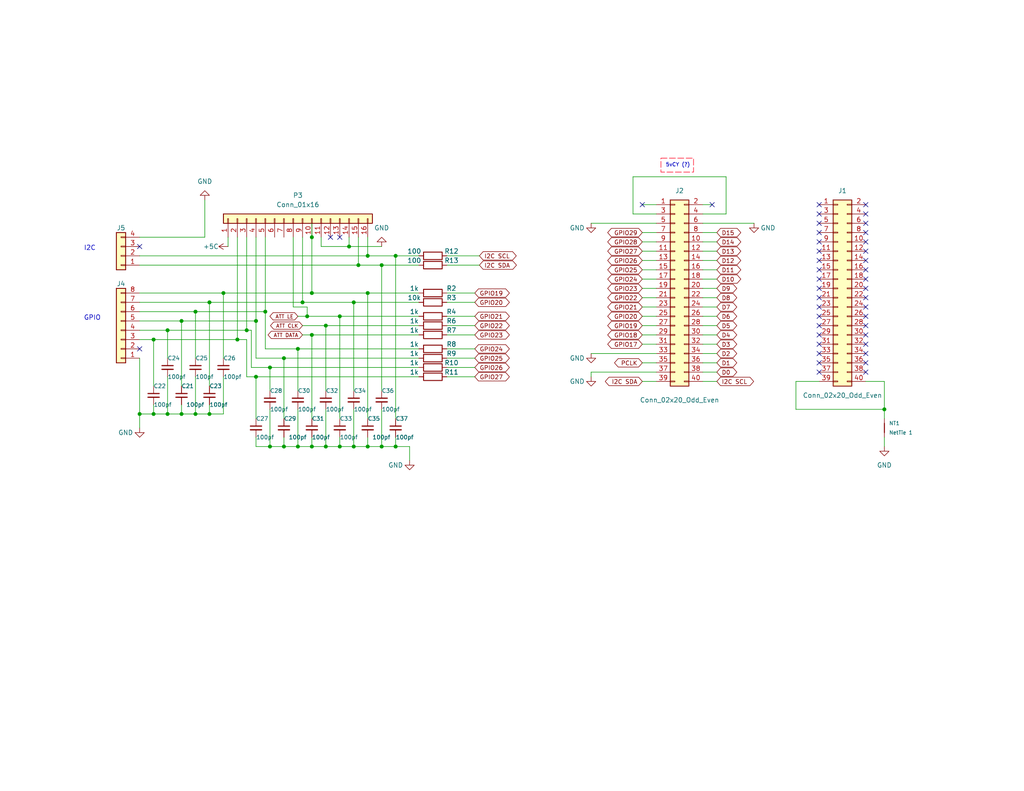
<source format=kicad_sch>
(kicad_sch (version 20230121) (generator eeschema)
  (paper "USLetter")
  (title_block (title "USB3 Tranzslation and related components") (date "2023-06-25") (rev "0.1.0"))
  (lib_symbols
    (symbol "Connector_Generic:Conn_01x04" (pin_names (offset 1.016) hide)
      (property "Reference" "J" (at 0 5.08 0))
      (property "Value" "Conn_01x04" (at 0 -7.62 0))
      (symbol "Conn_01x04_1_1"
        (rectangle (start -1.27 -4.953) (end 0 -5.207) (stroke (width 0.1524)))
        (rectangle (start -1.27 -2.413) (end 0 -2.667) (stroke (width 0.1524)))
        (rectangle (start -1.27 0.127) (end 0 -0.127) (stroke (width 0.1524)))
        (rectangle (start -1.27 2.667) (end 0 2.413) (stroke (width 0.1524)))
        (rectangle (start -1.27 3.81) (end 1.27 -6.35) (stroke (width 0.254)) (fill (type background)))
        (pin passive line (at -5.08 2.54 0) (length 3.81) (name "Pin_1") (number "1"))
        (pin passive line (at -5.08 0 0) (length 3.81) (name "Pin_2") (number "2"))
        (pin passive line (at -5.08 -2.54 0) (length 3.81) (name "Pin_3") (number "3"))
        (pin passive line (at -5.08 -5.08 0) (length 3.81) (name "Pin_4") (number "4"))
      )
    )
    (symbol "Connector_Generic:Conn_01x08" (pin_names (offset 1.016) hide)
      (property "Reference" "J" (at 0 10.16 0))
      (property "Value" "Conn_01x08" (at 0 -12.7 0))
      (symbol "Conn_01x08_1_1"
        (rectangle (start -1.27 -10.033) (end 0 -10.287) (stroke (width 0.1524)))
        (rectangle (start -1.27 -7.493) (end 0 -7.747) (stroke (width 0.1524)))
        (rectangle (start -1.27 -4.953) (end 0 -5.207) (stroke (width 0.1524)))
        (rectangle (start -1.27 -2.413) (end 0 -2.667) (stroke (width 0.1524)))
        (rectangle (start -1.27 0.127) (end 0 -0.127) (stroke (width 0.1524)))
        (rectangle (start -1.27 2.667) (end 0 2.413) (stroke (width 0.1524)))
        (rectangle (start -1.27 5.207) (end 0 4.953) (stroke (width 0.1524)))
        (rectangle (start -1.27 7.747) (end 0 7.493) (stroke (width 0.1524)))
        (rectangle (start -1.27 8.89) (end 1.27 -11.43) (stroke (width 0.254)) (fill (type background)))
        (pin passive line (at -5.08 7.62 0) (length 3.81) (name "Pin_1") (number "1"))
        (pin passive line (at -5.08 5.08 0) (length 3.81) (name "Pin_2") (number "2"))
        (pin passive line (at -5.08 2.54 0) (length 3.81) (name "Pin_3") (number "3"))
        (pin passive line (at -5.08 0 0) (length 3.81) (name "Pin_4") (number "4"))
        (pin passive line (at -5.08 -2.54 0) (length 3.81) (name "Pin_5") (number "5"))
        (pin passive line (at -5.08 -5.08 0) (length 3.81) (name "Pin_6") (number "6"))
        (pin passive line (at -5.08 -7.62 0) (length 3.81) (name "Pin_7") (number "7"))
        (pin passive line (at -5.08 -10.16 0) (length 3.81) (name "Pin_8") (number "8"))
      )
    )
    (symbol "Connector_Generic:Conn_01x16" (pin_names (offset 1.016) hide)
      (property "Reference" "J" (at 0 20.32 0))
      (property "Value" "Conn_01x16" (at 0 -22.86 0))
      (symbol "Conn_01x16_1_1"
        (rectangle (start -1.27 -20.193) (end 0 -20.447) (stroke (width 0.1524)))
        (rectangle (start -1.27 -17.653) (end 0 -17.907) (stroke (width 0.1524)))
        (rectangle (start -1.27 -15.113) (end 0 -15.367) (stroke (width 0.1524)))
        (rectangle (start -1.27 -12.573) (end 0 -12.827) (stroke (width 0.1524)))
        (rectangle (start -1.27 -10.033) (end 0 -10.287) (stroke (width 0.1524)))
        (rectangle (start -1.27 -7.493) (end 0 -7.747) (stroke (width 0.1524)))
        (rectangle (start -1.27 -4.953) (end 0 -5.207) (stroke (width 0.1524)))
        (rectangle (start -1.27 -2.413) (end 0 -2.667) (stroke (width 0.1524)))
        (rectangle (start -1.27 0.127) (end 0 -0.127) (stroke (width 0.1524)))
        (rectangle (start -1.27 2.667) (end 0 2.413) (stroke (width 0.1524)))
        (rectangle (start -1.27 5.207) (end 0 4.953) (stroke (width 0.1524)))
        (rectangle (start -1.27 7.747) (end 0 7.493) (stroke (width 0.1524)))
        (rectangle (start -1.27 10.287) (end 0 10.033) (stroke (width 0.1524)))
        (rectangle (start -1.27 12.827) (end 0 12.573) (stroke (width 0.1524)))
        (rectangle (start -1.27 15.367) (end 0 15.113) (stroke (width 0.1524)))
        (rectangle (start -1.27 17.907) (end 0 17.653) (stroke (width 0.1524)))
        (rectangle (start -1.27 19.05) (end 1.27 -21.59) (stroke (width 0.254)) (fill (type background)))
        (pin passive line (at -5.08 17.78 0) (length 3.81) (name "Pin_1") (number "1"))
        (pin passive line (at -5.08 -5.08 0) (length 3.81) (name "Pin_10") (number "10"))
        (pin passive line (at -5.08 -7.62 0) (length 3.81) (name "Pin_11") (number "11"))
        (pin passive line (at -5.08 -10.16 0) (length 3.81) (name "Pin_12") (number "12"))
        (pin passive line (at -5.08 -12.7 0) (length 3.81) (name "Pin_13") (number "13"))
        (pin passive line (at -5.08 -15.24 0) (length 3.81) (name "Pin_14") (number "14"))
        (pin passive line (at -5.08 -17.78 0) (length 3.81) (name "Pin_15") (number "15"))
        (pin passive line (at -5.08 -20.32 0) (length 3.81) (name "Pin_16") (number "16"))
        (pin passive line (at -5.08 15.24 0) (length 3.81) (name "Pin_2") (number "2"))
        (pin passive line (at -5.08 12.7 0) (length 3.81) (name "Pin_3") (number "3"))
        (pin passive line (at -5.08 10.16 0) (length 3.81) (name "Pin_4") (number "4"))
        (pin passive line (at -5.08 7.62 0) (length 3.81) (name "Pin_5") (number "5"))
        (pin passive line (at -5.08 5.08 0) (length 3.81) (name "Pin_6") (number "6"))
        (pin passive line (at -5.08 2.54 0) (length 3.81) (name "Pin_7") (number "7"))
        (pin passive line (at -5.08 0 0) (length 3.81) (name "Pin_8") (number "8"))
        (pin passive line (at -5.08 -2.54 0) (length 3.81) (name "Pin_9") (number "9"))
      )
    )
    (symbol "Connector_Generic:Conn_02x20_Odd_Even" (pin_names (offset 1.016) hide)
      (property "Reference" "J" (at 1.27 25.4 0))
      (property "Value" "Conn_02x20_Odd_Even" (at 1.27 -27.94 0))
      (symbol "Conn_02x20_Odd_Even_1_1"
        (rectangle (start -1.27 -25.273) (end 0 -25.527) (stroke (width 0.1524)))
        (rectangle (start -1.27 -22.733) (end 0 -22.987) (stroke (width 0.1524)))
        (rectangle (start -1.27 -20.193) (end 0 -20.447) (stroke (width 0.1524)))
        (rectangle (start -1.27 -17.653) (end 0 -17.907) (stroke (width 0.1524)))
        (rectangle (start -1.27 -15.113) (end 0 -15.367) (stroke (width 0.1524)))
        (rectangle (start -1.27 -12.573) (end 0 -12.827) (stroke (width 0.1524)))
        (rectangle (start -1.27 -10.033) (end 0 -10.287) (stroke (width 0.1524)))
        (rectangle (start -1.27 -7.493) (end 0 -7.747) (stroke (width 0.1524)))
        (rectangle (start -1.27 -4.953) (end 0 -5.207) (stroke (width 0.1524)))
        (rectangle (start -1.27 -2.413) (end 0 -2.667) (stroke (width 0.1524)))
        (rectangle (start -1.27 0.127) (end 0 -0.127) (stroke (width 0.1524)))
        (rectangle (start -1.27 2.667) (end 0 2.413) (stroke (width 0.1524)))
        (rectangle (start -1.27 5.207) (end 0 4.953) (stroke (width 0.1524)))
        (rectangle (start -1.27 7.747) (end 0 7.493) (stroke (width 0.1524)))
        (rectangle (start -1.27 10.287) (end 0 10.033) (stroke (width 0.1524)))
        (rectangle (start -1.27 12.827) (end 0 12.573) (stroke (width 0.1524)))
        (rectangle (start -1.27 15.367) (end 0 15.113) (stroke (width 0.1524)))
        (rectangle (start -1.27 17.907) (end 0 17.653) (stroke (width 0.1524)))
        (rectangle (start -1.27 20.447) (end 0 20.193) (stroke (width 0.1524)))
        (rectangle (start -1.27 22.987) (end 0 22.733) (stroke (width 0.1524)))
        (rectangle (start -1.27 24.13) (end 3.81 -26.67) (stroke (width 0.254)) (fill (type background)))
        (rectangle (start 3.81 -25.273) (end 2.54 -25.527) (stroke (width 0.1524)))
        (rectangle (start 3.81 -22.733) (end 2.54 -22.987) (stroke (width 0.1524)))
        (rectangle (start 3.81 -20.193) (end 2.54 -20.447) (stroke (width 0.1524)))
        (rectangle (start 3.81 -17.653) (end 2.54 -17.907) (stroke (width 0.1524)))
        (rectangle (start 3.81 -15.113) (end 2.54 -15.367) (stroke (width 0.1524)))
        (rectangle (start 3.81 -12.573) (end 2.54 -12.827) (stroke (width 0.1524)))
        (rectangle (start 3.81 -10.033) (end 2.54 -10.287) (stroke (width 0.1524)))
        (rectangle (start 3.81 -7.493) (end 2.54 -7.747) (stroke (width 0.1524)))
        (rectangle (start 3.81 -4.953) (end 2.54 -5.207) (stroke (width 0.1524)))
        (rectangle (start 3.81 -2.413) (end 2.54 -2.667) (stroke (width 0.1524)))
        (rectangle (start 3.81 0.127) (end 2.54 -0.127) (stroke (width 0.1524)))
        (rectangle (start 3.81 2.667) (end 2.54 2.413) (stroke (width 0.1524)))
        (rectangle (start 3.81 5.207) (end 2.54 4.953) (stroke (width 0.1524)))
        (rectangle (start 3.81 7.747) (end 2.54 7.493) (stroke (width 0.1524)))
        (rectangle (start 3.81 10.287) (end 2.54 10.033) (stroke (width 0.1524)))
        (rectangle (start 3.81 12.827) (end 2.54 12.573) (stroke (width 0.1524)))
        (rectangle (start 3.81 15.367) (end 2.54 15.113) (stroke (width 0.1524)))
        (rectangle (start 3.81 17.907) (end 2.54 17.653) (stroke (width 0.1524)))
        (rectangle (start 3.81 20.447) (end 2.54 20.193) (stroke (width 0.1524)))
        (rectangle (start 3.81 22.987) (end 2.54 22.733) (stroke (width 0.1524)))
        (pin passive line (at -5.08 22.86 0) (length 3.81) (name "Pin_1") (number "1"))
        (pin passive line (at 7.62 12.7 180) (length 3.81) (name "Pin_10") (number "10"))
        (pin passive line (at -5.08 10.16 0) (length 3.81) (name "Pin_11") (number "11"))
        (pin passive line (at 7.62 10.16 180) (length 3.81) (name "Pin_12") (number "12"))
        (pin passive line (at -5.08 7.62 0) (length 3.81) (name "Pin_13") (number "13"))
        (pin passive line (at 7.62 7.62 180) (length 3.81) (name "Pin_14") (number "14"))
        (pin passive line (at -5.08 5.08 0) (length 3.81) (name "Pin_15") (number "15"))
        (pin passive line (at 7.62 5.08 180) (length 3.81) (name "Pin_16") (number "16"))
        (pin passive line (at -5.08 2.54 0) (length 3.81) (name "Pin_17") (number "17"))
        (pin passive line (at 7.62 2.54 180) (length 3.81) (name "Pin_18") (number "18"))
        (pin passive line (at -5.08 0 0) (length 3.81) (name "Pin_19") (number "19"))
        (pin passive line (at 7.62 22.86 180) (length 3.81) (name "Pin_2") (number "2"))
        (pin passive line (at 7.62 0 180) (length 3.81) (name "Pin_20") (number "20"))
        (pin passive line (at -5.08 -2.54 0) (length 3.81) (name "Pin_21") (number "21"))
        (pin passive line (at 7.62 -2.54 180) (length 3.81) (name "Pin_22") (number "22"))
        (pin passive line (at -5.08 -5.08 0) (length 3.81) (name "Pin_23") (number "23"))
        (pin passive line (at 7.62 -5.08 180) (length 3.81) (name "Pin_24") (number "24"))
        (pin passive line (at -5.08 -7.62 0) (length 3.81) (name "Pin_25") (number "25"))
        (pin passive line (at 7.62 -7.62 180) (length 3.81) (name "Pin_26") (number "26"))
        (pin passive line (at -5.08 -10.16 0) (length 3.81) (name "Pin_27") (number "27"))
        (pin passive line (at 7.62 -10.16 180) (length 3.81) (name "Pin_28") (number "28"))
        (pin passive line (at -5.08 -12.7 0) (length 3.81) (name "Pin_29") (number "29"))
        (pin passive line (at -5.08 20.32 0) (length 3.81) (name "Pin_3") (number "3"))
        (pin passive line (at 7.62 -12.7 180) (length 3.81) (name "Pin_30") (number "30"))
        (pin passive line (at -5.08 -15.24 0) (length 3.81) (name "Pin_31") (number "31"))
        (pin passive line (at 7.62 -15.24 180) (length 3.81) (name "Pin_32") (number "32"))
        (pin passive line (at -5.08 -17.78 0) (length 3.81) (name "Pin_33") (number "33"))
        (pin passive line (at 7.62 -17.78 180) (length 3.81) (name "Pin_34") (number "34"))
        (pin passive line (at -5.08 -20.32 0) (length 3.81) (name "Pin_35") (number "35"))
        (pin passive line (at 7.62 -20.32 180) (length 3.81) (name "Pin_36") (number "36"))
        (pin passive line (at -5.08 -22.86 0) (length 3.81) (name "Pin_37") (number "37"))
        (pin passive line (at 7.62 -22.86 180) (length 3.81) (name "Pin_38") (number "38"))
        (pin passive line (at -5.08 -25.4 0) (length 3.81) (name "Pin_39") (number "39"))
        (pin passive line (at 7.62 20.32 180) (length 3.81) (name "Pin_4") (number "4"))
        (pin passive line (at 7.62 -25.4 180) (length 3.81) (name "Pin_40") (number "40"))
        (pin passive line (at -5.08 17.78 0) (length 3.81) (name "Pin_5") (number "5"))
        (pin passive line (at 7.62 17.78 180) (length 3.81) (name "Pin_6") (number "6"))
        (pin passive line (at -5.08 15.24 0) (length 3.81) (name "Pin_7") (number "7"))
        (pin passive line (at 7.62 15.24 180) (length 3.81) (name "Pin_8") (number "8"))
        (pin passive line (at -5.08 12.7 0) (length 3.81) (name "Pin_9") (number "9"))
      )
    )
    (symbol "Device:C_Small" (pin_numbers hide) (pin_names (offset 0.254) hide)
      (property "Reference" "C" (at 0.254 1.778 0))
      (property "Value" "C_Small" (at 0.254 -2.032 0))
      (symbol "C_Small_0_1"
        (polyline (pts (xy -1.524 -0.508) (xy 1.524 -0.508)) (stroke (width 0.3302)))
        (polyline (pts (xy -1.524 0.508) (xy 1.524 0.508)) (stroke (width 0.3048)))
      )
      (symbol "C_Small_1_1"
        (pin passive line (at 0 2.54 270) (length 2.032) (name "~") (number "1"))
        (pin passive line (at 0 -2.54 90) (length 2.032) (name "~") (number "2"))
      )
    )
    (symbol "Device:NetTie_2" (pin_numbers hide) (pin_names (offset 0) hide) (in_bom no)
      (property "Reference" "NT" (at 0 1.27 0))
      (property "Value" "NetTie_2" (at 0 -1.27 0))
      (symbol "NetTie_2_0_1"
        (polyline (pts (xy -1.27 0) (xy 1.27 0)) (stroke (width 0.254)))
      )
      (symbol "NetTie_2_1_1"
        (pin passive line (at -2.54 0 0) (length 2.54) (name "1") (number "1"))
        (pin passive line (at 2.54 0 180) (length 2.54) (name "2") (number "2"))
      )
    )
    (symbol "Device:R" (pin_numbers hide) (pin_names (offset 0))
      (property "Reference" "R" (at 2.032 0 90))
      (property "Value" "R" (at 0 0 90))
      (symbol "R_0_1"
        (rectangle (start -1.016 -2.54) (end 1.016 2.54) (stroke (width 0.254)))
      )
      (symbol "R_1_1"
        (pin passive line (at 0 3.81 270) (length 1.27) (name "~") (number "1"))
        (pin passive line (at 0 -3.81 90) (length 1.27) (name "~") (number "2"))
      )
    )
    (symbol "power:+5C" (power) (pin_names (offset 0))
      (property "Value" "+5C" (at 0 3.556 0))
      (symbol "+5C_0_1"
        (polyline (pts (xy -0.762 1.27) (xy 0 2.54)))
        (polyline (pts (xy 0 0) (xy 0 2.54)))
        (polyline (pts (xy 0 2.54) (xy 0.762 1.27)))
      )
      (symbol "+5C_1_1"
        (pin power_in line (at 0 0 90) (length 0) hide (name "+5C") (number "1"))
      )
    )
    (symbol "power:GND" (power) (pin_names (offset 0))
      (property "Value" "GND" (at 0 -3.81 0))
      (symbol "GND_0_1"
        (polyline (pts (xy 0 0) (xy 0 -1.27) (xy 1.27 -1.27) (xy 0 -2.54) (xy -1.27 -1.27) (xy 0 -1.27)))
      )
      (symbol "GND_1_1"
        (pin power_in line (at 0 0 270) (length 0) hide (name "GND") (number "1"))
      )
    )
  )
  (junction (at 83.82 86.36))
  (junction (at 73.66 121.92))
  (junction (at 77.47 97.79))
  (junction (at 53.34 85.09))
  (junction (at 73.66 100.33))
  (junction (at 97.79 72.39))
  (junction (at 92.71 121.92))
  (junction (at 81.28 121.92))
  (junction (at 88.9 121.92))
  (junction (at 88.9 88.9))
  (junction (at 107.95 121.92))
  (junction (at 57.15 82.55))
  (junction (at 96.52 121.92))
  (junction (at 82.55 82.55))
  (junction (at 53.34 113.03))
  (junction (at 69.85 87.63))
  (junction (at 41.91 92.71))
  (junction (at 92.71 86.36))
  (junction (at 81.28 95.25))
  (junction (at 49.53 87.63))
  (junction (at 60.96 80.01))
  (junction (at 67.31 90.17))
  (junction (at 49.53 113.03))
  (junction (at 72.39 85.09))
  (junction (at 104.14 72.39))
  (junction (at 100.33 80.01))
  (junction (at 45.72 90.17))
  (junction (at 241.3 111.76))
  (junction (at 100.33 69.85))
  (junction (at 38.1 113.03))
  (junction (at 45.72 113.03))
  (junction (at 100.33 121.92))
  (junction (at 85.09 121.92))
  (junction (at 85.09 64.77))
  (junction (at 41.91 113.03))
  (junction (at 107.95 69.85))
  (junction (at 96.52 82.55))
  (junction (at 95.25 67.31))
  (junction (at 85.09 80.01))
  (junction (at 77.47 121.92))
  (junction (at 69.85 102.87))
  (junction (at 57.15 113.03))
  (junction (at 85.09 91.44))
  (junction (at 64.77 92.71))
  (junction (at 104.14 121.92))
  (no_connect (at 223.52 99.06))
  (no_connect (at 92.71 64.77))
  (no_connect (at 223.52 76.2))
  (no_connect (at 90.17 64.77))
  (no_connect (at 194.31 55.88))
  (no_connect (at 236.22 63.5))
  (no_connect (at 236.22 78.74))
  (no_connect (at 236.22 96.52))
  (no_connect (at 223.52 63.5))
  (no_connect (at 223.52 60.96))
  (no_connect (at 223.52 66.04))
  (no_connect (at 236.22 93.98))
  (no_connect (at 236.22 71.12))
  (no_connect (at 223.52 81.28))
  (no_connect (at 236.22 91.44))
  (no_connect (at 223.52 71.12))
  (no_connect (at 223.52 96.52))
  (no_connect (at 38.1 67.31))
  (no_connect (at 236.22 60.96))
  (no_connect (at 236.22 66.04))
  (no_connect (at 223.52 86.36))
  (no_connect (at 236.22 76.2))
  (no_connect (at 236.22 81.28))
  (no_connect (at 236.22 101.6))
  (no_connect (at 236.22 73.66))
  (no_connect (at 223.52 55.88))
  (no_connect (at 236.22 55.88))
  (no_connect (at 175.26 55.88))
  (no_connect (at 223.52 58.42))
  (no_connect (at 223.52 93.98))
  (no_connect (at 236.22 88.9))
  (no_connect (at 223.52 88.9))
  (no_connect (at 38.1 95.25))
  (no_connect (at 236.22 58.42))
  (no_connect (at 236.22 68.58))
  (no_connect (at 223.52 68.58))
  (no_connect (at 223.52 101.6))
  (no_connect (at 236.22 99.06))
  (no_connect (at 223.52 83.82))
  (no_connect (at 223.52 91.44))
  (no_connect (at 223.52 78.74))
  (no_connect (at 223.52 73.66))
  (no_connect (at 236.22 83.82))
  (no_connect (at 236.22 86.36))
  (wire (pts (xy 96.52 82.55) (xy 114.3 82.55)))
  (wire (pts (xy 57.15 82.55) (xy 57.15 105.41)))
  (wire (pts (xy 100.33 121.92) (xy 104.14 121.92)))
  (wire (pts (xy 121.92 102.87) (xy 129.54 102.87)))
  (wire (pts (xy 41.91 113.03) (xy 45.72 113.03)))
  (wire (pts (xy 85.09 121.92) (xy 88.9 121.92)))
  (wire (pts (xy 111.76 121.92) (xy 111.76 125.73)))
  (wire (pts (xy 92.71 86.36) (xy 92.71 114.3)))
  (wire (pts (xy 88.9 88.9) (xy 88.9 106.68)))
  (wire (pts (xy 175.26 99.06) (xy 179.07 99.06)))
  (wire (pts (xy 69.85 64.77) (xy 69.85 87.63)))
  (wire (pts (xy 121.92 80.01) (xy 129.54 80.01)))
  (wire (pts (xy 67.31 102.87) (xy 67.31 92.71)))
  (wire (pts (xy 77.47 119.38) (xy 77.47 121.92)))
  (wire (pts (xy 175.26 91.44) (xy 179.07 91.44)))
  (wire (pts (xy 82.55 82.55) (xy 96.52 82.55)))
  (wire (pts (xy 55.88 54.61) (xy 55.88 64.77)))
  (wire (pts (xy 191.77 86.36) (xy 195.58 86.36)))
  (wire (pts (xy 85.09 80.01) (xy 100.33 80.01)))
  (wire (pts (xy 83.82 83.82) (xy 83.82 86.36)))
  (wire (pts (xy 198.12 48.26) (xy 198.12 58.42)))
  (wire (pts (xy 121.92 72.39) (xy 130.81 72.39)))
  (wire (pts (xy 88.9 88.9) (xy 114.3 88.9)))
  (wire (pts (xy 96.52 82.55) (xy 96.52 106.68)))
  (wire (pts (xy 191.77 93.98) (xy 195.58 93.98)))
  (wire (pts (xy 121.92 95.25) (xy 129.54 95.25)))
  (wire (pts (xy 241.3 111.76) (xy 241.3 104.14)))
  (wire (pts (xy 175.26 104.14) (xy 179.07 104.14)))
  (wire (pts (xy 175.26 71.12) (xy 179.07 71.12)))
  (wire (pts (xy 92.71 86.36) (xy 114.3 86.36)))
  (wire (pts (xy 87.63 67.31) (xy 95.25 67.31)))
  (wire (pts (xy 191.77 91.44) (xy 195.58 91.44)))
  (wire (pts (xy 175.26 66.04) (xy 179.07 66.04)))
  (wire (pts (xy 121.92 86.36) (xy 129.54 86.36)))
  (wire (pts (xy 73.66 100.33) (xy 73.66 106.68)))
  (wire (pts (xy 92.71 119.38) (xy 92.71 121.92)))
  (wire (pts (xy 67.31 92.71) (xy 64.77 92.71)))
  (wire (pts (xy 38.1 90.17) (xy 45.72 90.17)))
  (wire (pts (xy 175.26 73.66) (xy 179.07 73.66)))
  (wire (pts (xy 191.77 83.82) (xy 195.58 83.82)))
  (wire (pts (xy 38.1 64.77) (xy 55.88 64.77)))
  (wire (pts (xy 191.77 104.14) (xy 195.58 104.14)))
  (wire (pts (xy 77.47 97.79) (xy 77.47 114.3)))
  (wire (pts (xy 85.09 60.96) (xy 85.09 64.77)))
  (wire (pts (xy 57.15 82.55) (xy 82.55 82.55)))
  (wire (pts (xy 69.85 102.87) (xy 67.31 102.87)))
  (wire (pts (xy 49.53 113.03) (xy 53.34 113.03)))
  (wire (pts (xy 81.28 111.76) (xy 81.28 121.92)))
  (wire (pts (xy 41.91 110.49) (xy 41.91 113.03)))
  (wire (pts (xy 57.15 110.49) (xy 57.15 113.03)))
  (wire (pts (xy 85.09 91.44) (xy 114.3 91.44)))
  (wire (pts (xy 161.29 60.96) (xy 179.07 60.96)))
  (wire (pts (xy 121.92 88.9) (xy 129.54 88.9)))
  (wire (pts (xy 175.26 83.82) (xy 179.07 83.82)))
  (wire (pts (xy 88.9 111.76) (xy 88.9 121.92)))
  (wire (pts (xy 175.26 88.9) (xy 179.07 88.9)))
  (wire (pts (xy 104.14 72.39) (xy 104.14 106.68)))
  (wire (pts (xy 121.92 69.85) (xy 130.81 69.85)))
  (wire (pts (xy 85.09 119.38) (xy 85.09 121.92)))
  (wire (pts (xy 191.77 55.88) (xy 194.31 55.88)))
  (wire (pts (xy 69.85 97.79) (xy 69.85 87.63)))
  (wire (pts (xy 45.72 102.87) (xy 45.72 113.03)))
  (wire (pts (xy 191.77 60.96) (xy 205.74 60.96)))
  (wire (pts (xy 85.09 64.77) (xy 85.09 80.01)))
  (wire (pts (xy 53.34 102.87) (xy 53.34 113.03)))
  (wire (pts (xy 100.33 69.85) (xy 107.95 69.85)))
  (wire (pts (xy 72.39 64.77) (xy 72.39 85.09)))
  (wire (pts (xy 172.72 58.42) (xy 172.72 48.26)))
  (wire (pts (xy 41.91 92.71) (xy 41.91 105.41)))
  (wire (pts (xy 69.85 119.38) (xy 69.85 121.92)))
  (wire (pts (xy 191.77 73.66) (xy 195.58 73.66)))
  (wire (pts (xy 69.85 102.87) (xy 69.85 114.3)))
  (wire (pts (xy 107.95 69.85) (xy 107.95 114.3)))
  (wire (pts (xy 62.23 64.77) (xy 62.23 67.31)))
  (wire (pts (xy 82.55 88.9) (xy 88.9 88.9)))
  (wire (pts (xy 82.55 91.44) (xy 85.09 91.44)))
  (wire (pts (xy 223.52 104.14) (xy 217.17 104.14)))
  (wire (pts (xy 38.1 80.01) (xy 60.96 80.01)))
  (wire (pts (xy 191.77 81.28) (xy 195.58 81.28)))
  (wire (pts (xy 38.1 82.55) (xy 57.15 82.55)))
  (wire (pts (xy 83.82 86.36) (xy 92.71 86.36)))
  (wire (pts (xy 104.14 72.39) (xy 114.3 72.39)))
  (wire (pts (xy 45.72 90.17) (xy 45.72 97.79)))
  (wire (pts (xy 191.77 76.2) (xy 195.58 76.2)))
  (wire (pts (xy 68.58 100.33) (xy 68.58 90.17)))
  (wire (pts (xy 57.15 113.03) (xy 60.96 113.03)))
  (wire (pts (xy 241.3 104.14) (xy 236.22 104.14)))
  (wire (pts (xy 107.95 69.85) (xy 114.3 69.85)))
  (wire (pts (xy 97.79 72.39) (xy 104.14 72.39)))
  (wire (pts (xy 104.14 121.92) (xy 107.95 121.92)))
  (wire (pts (xy 97.79 64.77) (xy 97.79 72.39)))
  (wire (pts (xy 191.77 101.6) (xy 195.58 101.6)))
  (wire (pts (xy 100.33 119.38) (xy 100.33 121.92)))
  (wire (pts (xy 60.96 102.87) (xy 60.96 113.03)))
  (wire (pts (xy 107.95 121.92) (xy 111.76 121.92)))
  (wire (pts (xy 38.1 97.79) (xy 38.1 113.03)))
  (wire (pts (xy 175.26 55.88) (xy 179.07 55.88)))
  (wire (pts (xy 60.96 80.01) (xy 85.09 80.01)))
  (wire (pts (xy 88.9 121.92) (xy 92.71 121.92)))
  (wire (pts (xy 38.1 113.03) (xy 38.1 116.84)))
  (wire (pts (xy 121.92 91.44) (xy 129.54 91.44)))
  (wire (pts (xy 72.39 85.09) (xy 72.39 95.25)))
  (wire (pts (xy 198.12 58.42) (xy 191.77 58.42)))
  (wire (pts (xy 85.09 91.44) (xy 85.09 114.3)))
  (wire (pts (xy 217.17 111.76) (xy 241.3 111.76)))
  (wire (pts (xy 49.53 87.63) (xy 69.85 87.63)))
  (wire (pts (xy 81.28 121.92) (xy 85.09 121.92)))
  (wire (pts (xy 191.77 63.5) (xy 195.58 63.5)))
  (wire (pts (xy 38.1 69.85) (xy 100.33 69.85)))
  (wire (pts (xy 80.01 64.77) (xy 80.01 83.82)))
  (wire (pts (xy 161.29 102.87) (xy 161.29 101.6)))
  (wire (pts (xy 175.26 93.98) (xy 179.07 93.98)))
  (wire (pts (xy 72.39 95.25) (xy 81.28 95.25)))
  (wire (pts (xy 81.28 95.25) (xy 81.28 106.68)))
  (wire (pts (xy 38.1 113.03) (xy 41.91 113.03)))
  (wire (pts (xy 60.96 80.01) (xy 60.96 97.79)))
  (wire (pts (xy 77.47 97.79) (xy 114.3 97.79)))
  (wire (pts (xy 175.26 86.36) (xy 179.07 86.36)))
  (wire (pts (xy 100.33 80.01) (xy 100.33 114.3)))
  (wire (pts (xy 121.92 82.55) (xy 129.54 82.55)))
  (wire (pts (xy 191.77 68.58) (xy 195.58 68.58)))
  (wire (pts (xy 68.58 90.17) (xy 67.31 90.17)))
  (wire (pts (xy 161.29 96.52) (xy 179.07 96.52)))
  (wire (pts (xy 69.85 121.92) (xy 73.66 121.92)))
  (wire (pts (xy 241.3 114.3) (xy 241.3 111.76)))
  (wire (pts (xy 49.53 87.63) (xy 49.53 105.41)))
  (wire (pts (xy 81.28 95.25) (xy 114.3 95.25)))
  (wire (pts (xy 38.1 92.71) (xy 41.91 92.71)))
  (wire (pts (xy 175.26 68.58) (xy 179.07 68.58)))
  (wire (pts (xy 38.1 87.63) (xy 49.53 87.63)))
  (wire (pts (xy 49.53 110.49) (xy 49.53 113.03)))
  (wire (pts (xy 191.77 96.52) (xy 195.58 96.52)))
  (wire (pts (xy 175.26 63.5) (xy 179.07 63.5)))
  (wire (pts (xy 121.92 97.79) (xy 129.54 97.79)))
  (wire (pts (xy 96.52 111.76) (xy 96.52 121.92)))
  (wire (pts (xy 82.55 64.77) (xy 82.55 82.55)))
  (wire (pts (xy 80.01 83.82) (xy 83.82 83.82)))
  (wire (pts (xy 241.3 119.38) (xy 241.3 121.92)))
  (wire (pts (xy 53.34 85.09) (xy 53.34 97.79)))
  (wire (pts (xy 53.34 85.09) (xy 72.39 85.09)))
  (wire (pts (xy 77.47 121.92) (xy 81.28 121.92)))
  (wire (pts (xy 38.1 85.09) (xy 53.34 85.09)))
  (wire (pts (xy 100.33 64.77) (xy 100.33 69.85)))
  (wire (pts (xy 87.63 64.77) (xy 87.63 67.31)))
  (wire (pts (xy 69.85 97.79) (xy 77.47 97.79)))
  (wire (pts (xy 114.3 100.33) (xy 73.66 100.33)))
  (wire (pts (xy 107.95 119.38) (xy 107.95 121.92)))
  (wire (pts (xy 175.26 81.28) (xy 179.07 81.28)))
  (wire (pts (xy 73.66 121.92) (xy 77.47 121.92)))
  (wire (pts (xy 45.72 90.17) (xy 67.31 90.17)))
  (wire (pts (xy 64.77 64.77) (xy 64.77 92.71)))
  (wire (pts (xy 38.1 72.39) (xy 97.79 72.39)))
  (wire (pts (xy 191.77 78.74) (xy 195.58 78.74)))
  (wire (pts (xy 191.77 71.12) (xy 195.58 71.12)))
  (wire (pts (xy 114.3 102.87) (xy 69.85 102.87)))
  (wire (pts (xy 41.91 92.71) (xy 64.77 92.71)))
  (wire (pts (xy 67.31 64.77) (xy 67.31 90.17)))
  (wire (pts (xy 191.77 99.06) (xy 195.58 99.06)))
  (wire (pts (xy 45.72 113.03) (xy 49.53 113.03)))
  (wire (pts (xy 217.17 104.14) (xy 217.17 111.76)))
  (wire (pts (xy 100.33 80.01) (xy 114.3 80.01)))
  (wire (pts (xy 92.71 121.92) (xy 96.52 121.92)))
  (wire (pts (xy 191.77 66.04) (xy 195.58 66.04)))
  (wire (pts (xy 95.25 64.77) (xy 95.25 67.31)))
  (wire (pts (xy 121.92 100.33) (xy 129.54 100.33)))
  (wire (pts (xy 53.34 113.03) (xy 57.15 113.03)))
  (wire (pts (xy 95.25 67.31) (xy 104.14 67.31)))
  (wire (pts (xy 172.72 48.26) (xy 198.12 48.26)))
  (wire (pts (xy 175.26 76.2) (xy 179.07 76.2)))
  (wire (pts (xy 191.77 88.9) (xy 195.58 88.9)))
  (wire (pts (xy 179.07 58.42) (xy 172.72 58.42)))
  (wire (pts (xy 175.26 78.74) (xy 179.07 78.74)))
  (wire (pts (xy 73.66 100.33) (xy 68.58 100.33)))
  (wire (pts (xy 73.66 111.76) (xy 73.66 121.92)))
  (wire (pts (xy 104.14 111.76) (xy 104.14 121.92)))
  (wire (pts (xy 96.52 121.92) (xy 100.33 121.92)))
  (wire (pts (xy 161.29 101.6) (xy 179.07 101.6)))
  (wire (pts (xy 81.28 86.36) (xy 83.82 86.36)))
  (rectangle (start 180.34 43.18) (end 189.23 46.99) (stroke (width 0) (type dash) (color 255 0 28 1)))
  (text "I2C" (at 22.86 68.58 0) (effects (font (size 1.27 1.27)) (justify left bottom)))
  (text "GPIO" (at 22.86 87.63 0) (effects (font (size 1.27 1.27)) (justify left bottom)))
  (text "5vCY (?)" (at 181.61 45.72 0) (effects (font (size 1 1)) (justify left bottom)))
  (global_label "GPIO24" (shape bidirectional) (at 175.26 76.2 180) (effects (font (size 1.15 1.15))) (property "Intersheetrefs" "${INTERSHEET_REFS}" (effects hide)))
  (global_label "GPIO28" (shape bidirectional) (at 175.26 66.04 180) (effects (font (size 1.15 1.15))) (property "Intersheetrefs" "${INTERSHEET_REFS}" (effects hide)))
  (global_label "GPIO20" (shape bidirectional) (at 175.26 86.36 180) (effects (font (size 1.15 1.15))) (property "Intersheetrefs" "${INTERSHEET_REFS}" (effects hide)))
  (global_label "D2" (shape bidirectional) (at 195.58 96.52 0) (effects (font (size 1.15 1.15))) (property "Intersheetrefs" "${INTERSHEET_REFS}" (effects hide)))
  (global_label "D15" (shape bidirectional) (at 195.58 63.5 0) (effects (font (size 1.15 1.15))) (property "Intersheetrefs" "${INTERSHEET_REFS}" (effects hide)))
  (global_label "GPIO20" (shape bidirectional) (at 129.54 82.55 0) (effects (font (size 1.15 1.15))) (property "Intersheetrefs" "${INTERSHEET_REFS}" (effects hide)))
  (global_label "D8" (shape bidirectional) (at 195.58 81.28 0) (effects (font (size 1.15 1.15))) (property "Intersheetrefs" "${INTERSHEET_REFS}" (effects hide)))
  (global_label "GPIO23" (shape bidirectional) (at 175.26 78.74 180) (effects (font (size 1.15 1.15))) (property "Intersheetrefs" "${INTERSHEET_REFS}" (effects hide)))
  (global_label "D4" (shape bidirectional) (at 195.58 91.44 0) (effects (font (size 1.15 1.15))) (property "Intersheetrefs" "${INTERSHEET_REFS}" (effects hide)))
  (global_label "GPIO25" (shape bidirectional) (at 129.54 97.79 0) (effects (font (size 1.15 1.15))) (property "Intersheetrefs" "${INTERSHEET_REFS}" (effects hide)))
  (global_label "GPIO19" (shape bidirectional) (at 129.54 80.01 0) (effects (font (size 1.15 1.15))) (property "Intersheetrefs" "${INTERSHEET_REFS}" (effects hide)))
  (global_label "I2C SDA" (shape bidirectional) (at 130.81 72.39 0) (effects (font (size 1.15 1.15))) (property "Intersheetrefs" "${INTERSHEET_REFS}" (effects hide)))
  (global_label "GPIO21" (shape bidirectional) (at 129.54 86.36 0) (effects (font (size 1.15 1.15))) (property "Intersheetrefs" "${INTERSHEET_REFS}" (effects hide)))
  (global_label "GPIO23" (shape bidirectional) (at 129.54 91.44 0) (effects (font (size 1.15 1.15))) (property "Intersheetrefs" "${INTERSHEET_REFS}" (effects hide)))
  (global_label "GPIO22" (shape bidirectional) (at 175.26 81.28 180) (effects (font (size 1.15 1.15))) (property "Intersheetrefs" "${INTERSHEET_REFS}" (effects hide)))
  (global_label "D5" (shape bidirectional) (at 195.58 88.9 0) (effects (font (size 1.15 1.15))) (property "Intersheetrefs" "${INTERSHEET_REFS}" (effects hide)))
  (global_label "ATT DATA" (shape bidirectional) (at 82.55 91.44 180) (effects (font (size 1 1))) (property "Intersheetrefs" "${INTERSHEET_REFS}" (effects hide)))
  (global_label "I2C SDA" (shape bidirectional) (at 175.26 104.14 180) (effects (font (size 1.15 1.15))) (property "Intersheetrefs" "${INTERSHEET_REFS}" (effects hide)))
  (global_label "ATT CLK" (shape bidirectional) (at 82.55 88.9 180) (effects (font (size 1 1))) (property "Intersheetrefs" "${INTERSHEET_REFS}" (effects hide)))
  (global_label "D9" (shape bidirectional) (at 195.58 78.74 0) (effects (font (size 1.15 1.15))) (property "Intersheetrefs" "${INTERSHEET_REFS}" (effects hide)))
  (global_label "GPIO19" (shape bidirectional) (at 175.26 88.9 180) (effects (font (size 1.15 1.15))) (property "Intersheetrefs" "${INTERSHEET_REFS}" (effects hide)))
  (global_label "GPIO29" (shape bidirectional) (at 175.26 63.5 180) (effects (font (size 1.15 1.15))) (property "Intersheetrefs" "${INTERSHEET_REFS}" (effects hide)))
  (global_label "ATT LE" (shape bidirectional) (at 81.28 86.36 180) (effects (font (size 1 1))) (property "Intersheetrefs" "${INTERSHEET_REFS}" (effects hide)))
  (global_label "GPIO17" (shape bidirectional) (at 175.26 93.98 180) (effects (font (size 1.15 1.15))) (property "Intersheetrefs" "${INTERSHEET_REFS}" (effects hide)))
  (global_label "GPIO26" (shape bidirectional) (at 129.54 100.33 0) (effects (font (size 1.15 1.15))) (property "Intersheetrefs" "${INTERSHEET_REFS}" (effects hide)))
  (global_label "D10" (shape bidirectional) (at 195.58 76.2 0) (effects (font (size 1.15 1.15))) (property "Intersheetrefs" "${INTERSHEET_REFS}" (effects hide)))
  (global_label "D11" (shape bidirectional) (at 195.58 73.66 0) (effects (font (size 1.15 1.15))) (property "Intersheetrefs" "${INTERSHEET_REFS}" (effects hide)))
  (global_label "GPIO18" (shape bidirectional) (at 175.26 91.44 180) (effects (font (size 1.15 1.15))) (property "Intersheetrefs" "${INTERSHEET_REFS}" (effects hide)))
  (global_label "D13" (shape bidirectional) (at 195.58 68.58 0) (effects (font (size 1.15 1.15))) (property "Intersheetrefs" "${INTERSHEET_REFS}" (effects hide)))
  (global_label "D12" (shape bidirectional) (at 195.58 71.12 0) (effects (font (size 1.15 1.15))) (property "Intersheetrefs" "${INTERSHEET_REFS}" (effects hide)))
  (global_label "GPIO27" (shape bidirectional) (at 129.54 102.87 0) (effects (font (size 1.15 1.15))) (property "Intersheetrefs" "${INTERSHEET_REFS}" (effects hide)))
  (global_label "D1" (shape bidirectional) (at 195.58 99.06 0) (effects (font (size 1.15 1.15))) (property "Intersheetrefs" "${INTERSHEET_REFS}" (effects hide)))
  (global_label "D6" (shape bidirectional) (at 195.58 86.36 0) (effects (font (size 1.15 1.15))) (property "Intersheetrefs" "${INTERSHEET_REFS}" (effects hide)))
  (global_label "I2C SCL" (shape bidirectional) (at 130.81 69.85 0) (effects (font (size 1.15 1.15))) (property "Intersheetrefs" "${INTERSHEET_REFS}" (effects hide)))
  (global_label "D0" (shape bidirectional) (at 195.58 101.6 0) (effects (font (size 1.15 1.15))) (property "Intersheetrefs" "${INTERSHEET_REFS}" (effects hide)))
  (global_label "GPIO27" (shape bidirectional) (at 175.26 68.58 180) (effects (font (size 1.15 1.15))) (property "Intersheetrefs" "${INTERSHEET_REFS}" (effects hide)))
  (global_label "D14" (shape bidirectional) (at 195.58 66.04 0) (effects (font (size 1.15 1.15))) (property "Intersheetrefs" "${INTERSHEET_REFS}" (effects hide)))
  (global_label "D7" (shape bidirectional) (at 195.58 83.82 0) (effects (font (size 1.15 1.15))) (property "Intersheetrefs" "${INTERSHEET_REFS}" (effects hide)))
  (global_label "GPIO22" (shape bidirectional) (at 129.54 88.9 0) (effects (font (size 1.15 1.15))) (property "Intersheetrefs" "${INTERSHEET_REFS}" (effects hide)))
  (global_label "D3" (shape bidirectional) (at 195.58 93.98 0) (effects (font (size 1.15 1.15))) (property "Intersheetrefs" "${INTERSHEET_REFS}" (effects hide)))
  (global_label "GPIO25" (shape bidirectional) (at 175.26 73.66 180) (effects (font (size 1.15 1.15))) (property "Intersheetrefs" "${INTERSHEET_REFS}" (effects hide)))
  (global_label "GPIO26" (shape bidirectional) (at 175.26 71.12 180) (effects (font (size 1.15 1.15))) (property "Intersheetrefs" "${INTERSHEET_REFS}" (effects hide)))
  (global_label "GPIO24" (shape bidirectional) (at 129.54 95.25 0) (effects (font (size 1.15 1.15))) (property "Intersheetrefs" "${INTERSHEET_REFS}" (effects hide)))
  (global_label "I2C SCL" (shape bidirectional) (at 195.58 104.14 0) (effects (font (size 1.15 1.15))) (property "Intersheetrefs" "${INTERSHEET_REFS}" (effects hide)))
  (global_label "GPIO21" (shape bidirectional) (at 175.26 83.82 180) (effects (font (size 1.15 1.15))) (property "Intersheetrefs" "${INTERSHEET_REFS}" (effects hide)))
  (global_label "PCLK" (shape bidirectional) (at 175.26 99.06 180) (effects (font (size 1.15 1.15))) (property "Intersheetrefs" "${INTERSHEET_REFS}" (effects hide)))
  (symbol (lib_id "power:GND") (at 241.3 121.92 0) (unit 1)
    (property "Reference" "#PWR04" (effects hide))
    (property "Value" "GND" (at 241.3 127 0))
  )
  (symbol (lib_id "Connector_Generic:Conn_01x08") (at 33.02 90.17 180) (unit 1)
    (property "Reference" "J4" (at 33.02 77.47 0))
    (property "Value" "Conn_01x08" (effects hide))
    (property "Footprint" "Connector_PinHeader_1.27mm:PinHeader_1x08_P1.27mm_Vertical" (effects hide))
    (instances (project "HF103-redux" (path "" (reference "J4") (unit 1)) (path "" (reference "P5") (unit 1))))
  )
  (symbol (lib_id "power:+5C") (at 62.23 67.31 90) (unit 1)
    (property "Reference" "#PWR09" (effects hide))
    (property "Value" "+5C" (at 59.69 67.31 90) (effects (justify left)))
  )
  (symbol (lib_id "Device:R") (at 118.11 88.9 270) (unit 1)
    (property "Reference" "R6" (at 123.19 87.63 90))
    (property "Value" "1k" (at 113.03 87.63 90))
    (property "Footprint" "Resistor_SMD:R_0603_1608Metric_Pad0.98x0.95mm_HandSolder" (effects hide))
  )
  (symbol (lib_id "Device:C_Small") (at 69.85 116.84 0) (unit 1)
    (property "Reference" "C27" (at 69.85 114.3 0) (effects (font (size 1.1 1.1)) (justify left)))
    (property "Value" "100pf" (at 69.85 119.38 0) (effects (font (size 1.1 1.1)) (justify left)))
    (property "Footprint" "Capacitor_SMD:C_0805_2012Metric_Pad1.18x1.45mm_HandSolder" (effects hide))
  )
  (symbol (lib_id "Device:NetTie_2") (at 241.3 116.84 90) (unit 1) (in_bom no)
    (property "Reference" "NT1" (at 242.57 115.5699 90) (effects (font (size 1 1)) (justify right)))
    (property "Value" "NetTie 1" (at 242.57 118.1099 90) (effects (font (size 1 1)) (justify right)))
  )
  (symbol (lib_id "Device:R") (at 118.11 82.55 270) (unit 1)
    (property "Reference" "R3" (at 123.19 81.28 90))
    (property "Value" "10k" (at 113.03 81.28 90))
    (property "Footprint" "Resistor_SMD:R_0603_1608Metric_Pad0.98x0.95mm_HandSolder" (effects hide))
  )
  (symbol (lib_id "Device:C_Small") (at 107.95 116.84 0) (unit 1)
    (property "Reference" "C37" (at 107.95 114.3 0) (effects (font (size 1.1 1.1)) (justify left)))
    (property "Value" "100pf" (at 107.95 119.38 0) (effects (font (size 1.1 1.1)) (justify left)))
    (property "Footprint" "Capacitor_SMD:C_0805_2012Metric_Pad1.18x1.45mm_HandSolder" (effects hide))
  )
  (symbol (lib_id "Device:R") (at 118.11 72.39 270) (unit 1)
    (property "Reference" "R13" (at 123.19 71.12 90))
    (property "Value" "100" (at 113.03 71.12 90))
    (property "Footprint" "Resistor_SMD:R_0603_1608Metric_Pad0.98x0.95mm_HandSolder" (effects hide))
  )
  (symbol (lib_id "Device:R") (at 118.11 80.01 270) (unit 1)
    (property "Reference" "R2" (at 123.19 78.74 90))
    (property "Value" "1k" (at 113.03 78.74 90))
    (property "Footprint" "Resistor_SMD:R_0603_1608Metric_Pad0.98x0.95mm_HandSolder" (effects hide))
  )
  (symbol (lib_id "Device:C_Small") (at 49.53 107.95 0) (unit 1)
    (property "Reference" "C21" (at 49.53 105.41 0) (effects (font (size 1.1 1.1)) (justify left)))
    (property "Value" "100pf" (at 50.8 110.49 0) (effects (font (size 1.1 1.1)) (justify left)))
    (property "Footprint" "Capacitor_SMD:C_0805_2012Metric_Pad1.18x1.45mm_HandSolder" (effects hide))
  )
  (symbol (lib_id "Connector_Generic:Conn_01x16") (at 80.01 59.69 90) (unit 1)
    (property "Reference" "P3" (at 81.28 53.34 90))
    (property "Value" "Conn_01x16" (at 81.28 55.88 90))
    (property "Footprint" "Connector_PinHeader_1.27mm:PinHeader_1x16_P1.27mm_Vertical" (effects hide))
  )
  (symbol (lib_id "power:GND") (at 104.14 67.31 180) (unit 1)
    (property "Reference" "#PWR07" (effects hide))
    (property "Value" "GND" (at 104.14 62.23 0))
  )
  (symbol (lib_id "power:GND") (at 161.29 96.52 0) (unit 1)
    (property "Reference" "#PWR010" (effects hide))
    (property "Value" "GND" (at 157.48 97.79 0))
  )
  (symbol (lib_id "power:GND") (at 55.88 54.61 0) (mirror x) (unit 1)
    (property "Reference" "#PWR08" (effects hide))
    (property "Value" "GND" (at 55.88 49.53 0))
  )
  (symbol (lib_id "Device:R") (at 118.11 100.33 270) (unit 1)
    (property "Reference" "R10" (at 123.19 99.06 90))
    (property "Value" "1k" (at 113.03 99.06 90))
    (property "Footprint" "Resistor_SMD:R_0603_1608Metric_Pad0.98x0.95mm_HandSolder" (effects hide))
  )
  (symbol (lib_id "Device:C_Small") (at 77.47 116.84 0) (unit 1)
    (property "Reference" "C29" (at 77.47 114.3 0) (effects (font (size 1.1 1.1)) (justify left)))
    (property "Value" "100pf" (at 78.74 119.38 0) (effects (font (size 1.1 1.1)) (justify left)))
    (property "Footprint" "Capacitor_SMD:C_0805_2012Metric_Pad1.18x1.45mm_HandSolder" (effects hide))
  )
  (symbol (lib_id "Device:R") (at 118.11 69.85 270) (unit 1)
    (property "Reference" "R12" (at 123.19 68.58 90))
    (property "Value" "100" (at 113.03 68.58 90))
    (property "Footprint" "Resistor_SMD:R_0603_1608Metric_Pad0.98x0.95mm_HandSolder" (effects hide))
  )
  (symbol (lib_id "power:GND") (at 161.29 60.96 0) (unit 1)
    (property "Reference" "#PWR05" (effects hide))
    (property "Value" "GND" (at 157.48 62.23 0))
  )
  (symbol (lib_id "Connector_Generic:Conn_01x04") (at 33.02 69.85 180) (unit 1)
    (property "Reference" "J5" (at 33.02 62.23 0))
    (property "Value" "Conn_01x04" (effects hide))
    (property "Footprint" "Connector_PinHeader_1.27mm:PinHeader_1x04_P1.27mm_Vertical" (effects hide))
    (instances (project "HF103-redux" (path "" (reference "J5") (unit 1)) (path "" (reference "P4") (unit 1))))
  )
  (symbol (lib_id "Device:C_Small") (at 104.14 109.22 0) (unit 1)
    (property "Reference" "C36" (at 104.14 106.68 0) (effects (font (size 1.1 1.1)) (justify left)))
    (property "Value" "100pf" (at 104.14 111.76 0) (effects (font (size 1.1 1.1)) (justify left)))
    (property "Footprint" "Capacitor_SMD:C_0805_2012Metric_Pad1.18x1.45mm_HandSolder" (effects hide))
  )
  (symbol (lib_id "Connector_Generic:Conn_02x20_Odd_Even") (at 228.6 78.74 0) (unit 1)
    (property "Reference" "J1" (at 229.87 52.07 0))
    (property "Value" "Conn_02x20_Odd_Even" (at 229.87 107.95 0))
    (property "Footprint" "Connector_PinSocket_1.27mm:PinSocket_2x20_P1.27mm_Vertical" (effects hide))
    (instances (project "HF103-redux" (path "" (reference "J1") (unit 1)) (path "" (reference "P1") (unit 1)) (path "" (reference "J7") (unit 1))))
  )
  (symbol (lib_id "power:GND") (at 111.76 125.73 0) (unit 1)
    (property "Reference" "#PWR02" (effects hide))
    (property "Value" "GND" (at 107.95 127 0))
  )
  (symbol (lib_id "power:GND") (at 205.74 60.96 0) (unit 1)
    (property "Reference" "#PWR06" (effects hide))
    (property "Value" "GND" (at 209.55 62.23 0))
  )
  (symbol (lib_id "Device:C_Small") (at 81.28 109.22 0) (unit 1)
    (property "Reference" "C30" (at 81.28 106.68 0) (effects (font (size 1.1 1.1)) (justify left)))
    (property "Value" "100pf" (at 81.28 111.76 0) (effects (font (size 1.1 1.1)) (justify left)))
    (property "Footprint" "Capacitor_SMD:C_0805_2012Metric_Pad1.18x1.45mm_HandSolder" (effects hide))
  )
  (symbol (lib_id "power:GND") (at 38.1 116.84 0) (unit 1)
    (property "Reference" "#PWR023" (effects hide))
    (property "Value" "GND" (at 34.29 118.11 0))
  )
  (symbol (lib_id "Device:R") (at 118.11 91.44 270) (unit 1)
    (property "Reference" "R7" (at 123.19 90.17 90))
    (property "Value" "1k" (at 113.03 90.17 90))
    (property "Footprint" "Resistor_SMD:R_0603_1608Metric_Pad0.98x0.95mm_HandSolder" (effects hide))
  )
  (symbol (lib_id "Device:C_Small") (at 88.9 109.22 0) (unit 1)
    (property "Reference" "C32" (at 88.9 106.68 0) (effects (font (size 1.1 1.1)) (justify left)))
    (property "Value" "100pf" (at 88.9 111.76 0) (effects (font (size 1.1 1.1)) (justify left)))
    (property "Footprint" "Capacitor_SMD:C_0805_2012Metric_Pad1.18x1.45mm_HandSolder" (effects hide))
  )
  (symbol (lib_id "Device:R") (at 118.11 102.87 270) (unit 1)
    (property "Reference" "R11" (at 123.19 101.6 90))
    (property "Value" "1k" (at 113.03 101.6 90))
    (property "Footprint" "Resistor_SMD:R_0603_1608Metric_Pad0.98x0.95mm_HandSolder" (effects hide))
  )
  (symbol (lib_id "Device:R") (at 118.11 97.79 270) (unit 1)
    (property "Reference" "R9" (at 123.19 96.52 90))
    (property "Value" "1k" (at 113.03 96.52 90))
    (property "Footprint" "Resistor_SMD:R_0603_1608Metric_Pad0.98x0.95mm_HandSolder" (effects hide))
  )
  (symbol (lib_id "Device:C_Small") (at 53.34 100.33 0) (unit 1)
    (property "Reference" "C25" (at 53.34 97.79 0) (effects (font (size 1.1 1.1)) (justify left)))
    (property "Value" "100pf" (at 53.34 102.87 0) (effects (font (size 1.1 1.1)) (justify left)))
    (property "Footprint" "Capacitor_SMD:C_0805_2012Metric_Pad1.18x1.45mm_HandSolder" (effects hide))
  )
  (symbol (lib_id "Device:R") (at 118.11 95.25 270) (unit 1)
    (property "Reference" "R8" (at 123.19 93.98 90))
    (property "Value" "1k" (at 113.03 93.98 90))
    (property "Footprint" "Resistor_SMD:R_0603_1608Metric_Pad0.98x0.95mm_HandSolder" (effects hide))
  )
  (symbol (lib_id "power:GND") (at 161.29 102.87 0) (unit 1)
    (property "Reference" "#PWR011" (effects hide))
    (property "Value" "GND" (at 157.48 104.14 0))
  )
  (symbol (lib_id "Device:C_Small") (at 45.72 100.33 0) (unit 1)
    (property "Reference" "C24" (at 45.72 97.79 0) (effects (font (size 1.1 1.1)) (justify left)))
    (property "Value" "100pf" (at 45.72 102.87 0) (effects (font (size 1.1 1.1)) (justify left)))
    (property "Footprint" "Capacitor_SMD:C_0805_2012Metric_Pad1.18x1.45mm_HandSolder" (effects hide))
  )
  (symbol (lib_id "Device:C_Small") (at 73.66 109.22 0) (unit 1)
    (property "Reference" "C28" (at 73.66 106.68 0) (effects (font (size 1.1 1.1)) (justify left)))
    (property "Value" "100pf" (at 73.66 111.76 0) (effects (font (size 1.1 1.1)) (justify left)))
    (property "Footprint" "Capacitor_SMD:C_0805_2012Metric_Pad1.18x1.45mm_HandSolder" (effects hide))
  )
  (symbol (lib_id "Device:C_Small") (at 60.96 100.33 0) (unit 1)
    (property "Reference" "C26" (at 60.96 97.79 0) (effects (font (size 1.1 1.1)) (justify left)))
    (property "Value" "100pf" (at 60.96 102.87 0) (effects (font (size 1.1 1.1)) (justify left)))
    (property "Footprint" "Capacitor_SMD:C_0805_2012Metric_Pad1.18x1.45mm_HandSolder" (effects hide))
  )
  (symbol (lib_id "Device:C_Small") (at 85.09 116.84 0) (unit 1)
    (property "Reference" "C31" (at 85.09 114.3 0) (effects (font (size 1.1 1.1)) (justify left)))
    (property "Value" "100pf" (at 85.09 119.38 0) (effects (font (size 1.1 1.1)) (justify left)))
    (property "Footprint" "Capacitor_SMD:C_0805_2012Metric_Pad1.18x1.45mm_HandSolder" (effects hide))
  )
  (symbol (lib_id "Connector_Generic:Conn_02x20_Odd_Even") (at 184.15 78.74 0) (unit 1)
    (property "Reference" "J2" (at 185.42 52.07 0))
    (property "Value" "Conn_02x20_Odd_Even" (at 185.42 109.22 0))
    (property "Footprint" "Connector_PinSocket_1.27mm:PinSocket_2x20_P1.27mm_Vertical" (effects hide))
    (instances (project "HF103-redux" (path "" (reference "J2") (unit 1)) (path "" (reference "P2") (unit 1)) (path "" (reference "J6") (unit 1))))
  )
  (symbol (lib_id "Device:R") (at 118.11 86.36 270) (unit 1)
    (property "Reference" "R4" (at 123.19 85.09 90))
    (property "Value" "1k" (at 113.03 85.09 90))
    (property "Footprint" "Resistor_SMD:R_0603_1608Metric_Pad0.98x0.95mm_HandSolder" (effects hide))
  )
  (symbol (lib_id "Device:C_Small") (at 41.91 107.95 0) (unit 1)
    (property "Reference" "C22" (at 41.91 105.41 0) (effects (font (size 1.1 1.1)) (justify left)))
    (property "Value" "100pf" (at 41.91 110.49 0) (effects (font (size 1.1 1.1)) (justify left)))
    (property "Footprint" "Capacitor_SMD:C_0805_2012Metric_Pad1.18x1.45mm_HandSolder" (effects hide))
  )
  (symbol (lib_id "Device:C_Small") (at 100.33 116.84 0) (unit 1)
    (property "Reference" "C35" (at 100.33 114.3 0) (effects (font (size 1.1 1.1)) (justify left)))
    (property "Value" "100pf" (at 101.6 119.38 0) (effects (font (size 1.1 1.1)) (justify left)))
    (property "Footprint" "Capacitor_SMD:C_0805_2012Metric_Pad1.18x1.45mm_HandSolder" (effects hide))
  )
  (symbol (lib_id "Device:C_Small") (at 57.15 107.95 0) (unit 1)
    (property "Reference" "C23" (at 57.15 105.41 0) (effects (font (size 1.1 1.1)) (justify left)))
    (property "Value" "100pf" (at 57.15 110.49 0) (effects (font (size 1.1 1.1)) (justify left)))
    (property "Footprint" "Capacitor_SMD:C_0805_2012Metric_Pad1.18x1.45mm_HandSolder" (effects hide))
  )
  (symbol (lib_id "Device:C_Small") (at 96.52 109.22 0) (unit 1)
    (property "Reference" "C34" (at 96.52 106.68 0) (effects (font (size 1.1 1.1)) (justify left)))
    (property "Value" "100pf" (at 96.52 111.76 0) (effects (font (size 1.1 1.1)) (justify left)))
    (property "Footprint" "Capacitor_SMD:C_0805_2012Metric_Pad1.18x1.45mm_HandSolder" (effects hide))
  )
  (symbol (lib_id "Device:C_Small") (at 92.71 116.84 0) (unit 1)
    (property "Reference" "C33" (at 92.71 114.3 0) (effects (font (size 1.1 1.1)) (justify left)))
    (property "Value" "100pf" (at 92.71 119.38 0) (effects (font (size 1.1 1.1)) (justify left)))
    (property "Footprint" "Capacitor_SMD:C_0805_2012Metric_Pad1.18x1.45mm_HandSolder" (effects hide))
  )
)
</source>
